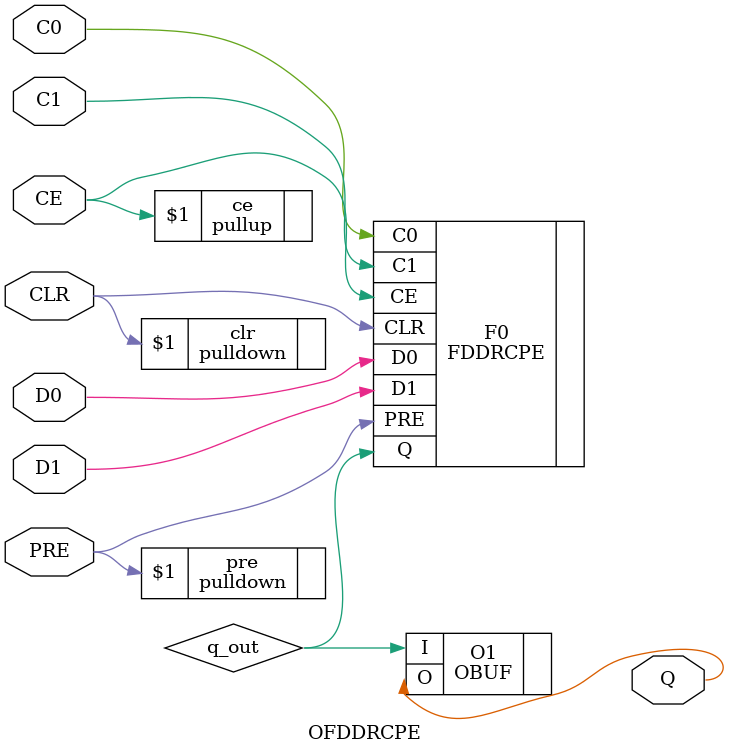
<source format=v>

/*

FUNCTION	: Dual Data Rate output D-FLIP-FLOP with async clear, async preset and clock enable

*/

`celldefine
`timescale  100 ps / 10 ps

module OFDDRCPE (Q, C0, C1, CE, CLR, D0, D1, PRE);

    output Q;

    input  C0, C1, CE, CLR, D0, D1, PRE;

    wire   q_out;

    pulldown clr (CLR);
    pulldown pre (PRE);
    pullup ce (CE);
    
    FDDRCPE F0 (.C0(C0),
	.C1(C1),
	.CE(CE),
	.CLR(CLR),
	.D0(D0),
	.D1(D1),
	.PRE(PRE),
	.Q(q_out));
//    defparam F0.INIT = 1'b0;

    OBUF O1 (.I(q_out),
	.O(Q));

endmodule

</source>
